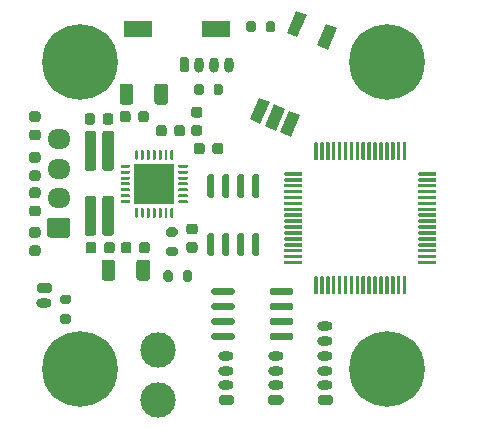
<source format=gbr>
%TF.GenerationSoftware,KiCad,Pcbnew,5.1.10-88a1d61d58~88~ubuntu20.04.1*%
%TF.CreationDate,2021-05-10T19:00:39+02:00*%
%TF.ProjectId,StepperServo,53746570-7065-4725-9365-72766f2e6b69,rev?*%
%TF.SameCoordinates,Original*%
%TF.FileFunction,Soldermask,Bot*%
%TF.FilePolarity,Negative*%
%FSLAX46Y46*%
G04 Gerber Fmt 4.6, Leading zero omitted, Abs format (unit mm)*
G04 Created by KiCad (PCBNEW 5.1.10-88a1d61d58~88~ubuntu20.04.1) date 2021-05-10 19:00:39*
%MOMM*%
%LPD*%
G01*
G04 APERTURE LIST*
%ADD10O,1.300000X0.800000*%
%ADD11O,0.800000X1.300000*%
%ADD12C,0.800000*%
%ADD13C,6.400000*%
%ADD14R,3.350000X3.350000*%
%ADD15R,2.400000X1.400000*%
%ADD16C,0.100000*%
%ADD17O,1.950000X1.700000*%
%ADD18C,3.000000*%
G04 APERTURE END LIST*
%TO.C,R20*%
G36*
G01*
X138025000Y-115125000D02*
X138575000Y-115125000D01*
G75*
G02*
X138775000Y-115325000I0J-200000D01*
G01*
X138775000Y-115725000D01*
G75*
G02*
X138575000Y-115925000I-200000J0D01*
G01*
X138025000Y-115925000D01*
G75*
G02*
X137825000Y-115725000I0J200000D01*
G01*
X137825000Y-115325000D01*
G75*
G02*
X138025000Y-115125000I200000J0D01*
G01*
G37*
G36*
G01*
X138025000Y-113475000D02*
X138575000Y-113475000D01*
G75*
G02*
X138775000Y-113675000I0J-200000D01*
G01*
X138775000Y-114075000D01*
G75*
G02*
X138575000Y-114275000I-200000J0D01*
G01*
X138025000Y-114275000D01*
G75*
G02*
X137825000Y-114075000I0J200000D01*
G01*
X137825000Y-113675000D01*
G75*
G02*
X138025000Y-113475000I200000J0D01*
G01*
G37*
%TD*%
%TO.C,R16*%
G36*
G01*
X155250000Y-91075000D02*
X155250000Y-90525000D01*
G75*
G02*
X155450000Y-90325000I200000J0D01*
G01*
X155850000Y-90325000D01*
G75*
G02*
X156050000Y-90525000I0J-200000D01*
G01*
X156050000Y-91075000D01*
G75*
G02*
X155850000Y-91275000I-200000J0D01*
G01*
X155450000Y-91275000D01*
G75*
G02*
X155250000Y-91075000I0J200000D01*
G01*
G37*
G36*
G01*
X153600000Y-91075000D02*
X153600000Y-90525000D01*
G75*
G02*
X153800000Y-90325000I200000J0D01*
G01*
X154200000Y-90325000D01*
G75*
G02*
X154400000Y-90525000I0J-200000D01*
G01*
X154400000Y-91075000D01*
G75*
G02*
X154200000Y-91275000I-200000J0D01*
G01*
X153800000Y-91275000D01*
G75*
G02*
X153600000Y-91075000I0J200000D01*
G01*
G37*
%TD*%
%TO.C,R11*%
G36*
G01*
X147025000Y-109425000D02*
X147575000Y-109425000D01*
G75*
G02*
X147775000Y-109625000I0J-200000D01*
G01*
X147775000Y-110025000D01*
G75*
G02*
X147575000Y-110225000I-200000J0D01*
G01*
X147025000Y-110225000D01*
G75*
G02*
X146825000Y-110025000I0J200000D01*
G01*
X146825000Y-109625000D01*
G75*
G02*
X147025000Y-109425000I200000J0D01*
G01*
G37*
G36*
G01*
X147025000Y-107775000D02*
X147575000Y-107775000D01*
G75*
G02*
X147775000Y-107975000I0J-200000D01*
G01*
X147775000Y-108375000D01*
G75*
G02*
X147575000Y-108575000I-200000J0D01*
G01*
X147025000Y-108575000D01*
G75*
G02*
X146825000Y-108375000I0J200000D01*
G01*
X146825000Y-107975000D01*
G75*
G02*
X147025000Y-107775000I200000J0D01*
G01*
G37*
%TD*%
%TO.C,R7*%
G36*
G01*
X147375000Y-111625000D02*
X147375000Y-112175000D01*
G75*
G02*
X147175000Y-112375000I-200000J0D01*
G01*
X146775000Y-112375000D01*
G75*
G02*
X146575000Y-112175000I0J200000D01*
G01*
X146575000Y-111625000D01*
G75*
G02*
X146775000Y-111425000I200000J0D01*
G01*
X147175000Y-111425000D01*
G75*
G02*
X147375000Y-111625000I0J-200000D01*
G01*
G37*
G36*
G01*
X149025000Y-111625000D02*
X149025000Y-112175000D01*
G75*
G02*
X148825000Y-112375000I-200000J0D01*
G01*
X148425000Y-112375000D01*
G75*
G02*
X148225000Y-112175000I0J200000D01*
G01*
X148225000Y-111625000D01*
G75*
G02*
X148425000Y-111425000I200000J0D01*
G01*
X148825000Y-111425000D01*
G75*
G02*
X149025000Y-111625000I0J-200000D01*
G01*
G37*
%TD*%
D10*
%TO.C,J6*%
X136500000Y-114150000D03*
G36*
G01*
X136050000Y-112500000D02*
X136950000Y-112500000D01*
G75*
G02*
X137150000Y-112700000I0J-200000D01*
G01*
X137150000Y-113100000D01*
G75*
G02*
X136950000Y-113300000I-200000J0D01*
G01*
X136050000Y-113300000D01*
G75*
G02*
X135850000Y-113100000I0J200000D01*
G01*
X135850000Y-112700000D01*
G75*
G02*
X136050000Y-112500000I200000J0D01*
G01*
G37*
%TD*%
D11*
%TO.C,J4*%
X152100000Y-94000000D03*
X150850000Y-94000000D03*
X149600000Y-94000000D03*
G36*
G01*
X147950000Y-94450000D02*
X147950000Y-93550000D01*
G75*
G02*
X148150000Y-93350000I200000J0D01*
G01*
X148550000Y-93350000D01*
G75*
G02*
X148750000Y-93550000I0J-200000D01*
G01*
X148750000Y-94450000D01*
G75*
G02*
X148550000Y-94650000I-200000J0D01*
G01*
X148150000Y-94650000D01*
G75*
G02*
X147950000Y-94450000I0J200000D01*
G01*
G37*
%TD*%
D12*
%TO.C,H4*%
X167197056Y-118052944D03*
X165500000Y-117350000D03*
X163802944Y-118052944D03*
X163100000Y-119750000D03*
X163802944Y-121447056D03*
X165500000Y-122150000D03*
X167197056Y-121447056D03*
X167900000Y-119750000D03*
D13*
X165500000Y-119750000D03*
%TD*%
D12*
%TO.C,H3*%
X141197056Y-118052944D03*
X139500000Y-117350000D03*
X137802944Y-118052944D03*
X137100000Y-119750000D03*
X137802944Y-121447056D03*
X139500000Y-122150000D03*
X141197056Y-121447056D03*
X141900000Y-119750000D03*
D13*
X139500000Y-119750000D03*
%TD*%
D12*
%TO.C,H2*%
X167197056Y-92052944D03*
X165500000Y-91350000D03*
X163802944Y-92052944D03*
X163100000Y-93750000D03*
X163802944Y-95447056D03*
X165500000Y-96150000D03*
X167197056Y-95447056D03*
X167900000Y-93750000D03*
D13*
X165500000Y-93750000D03*
%TD*%
D12*
%TO.C,H1*%
X141197056Y-92052944D03*
X139500000Y-91350000D03*
X137802944Y-92052944D03*
X137100000Y-93750000D03*
X137802944Y-95447056D03*
X139500000Y-96150000D03*
X141197056Y-95447056D03*
X141900000Y-93750000D03*
D13*
X139500000Y-93750000D03*
%TD*%
%TO.C,U6*%
G36*
G01*
X154555000Y-105250000D02*
X154255000Y-105250000D01*
G75*
G02*
X154105000Y-105100000I0J150000D01*
G01*
X154105000Y-103450000D01*
G75*
G02*
X154255000Y-103300000I150000J0D01*
G01*
X154555000Y-103300000D01*
G75*
G02*
X154705000Y-103450000I0J-150000D01*
G01*
X154705000Y-105100000D01*
G75*
G02*
X154555000Y-105250000I-150000J0D01*
G01*
G37*
G36*
G01*
X153285000Y-105250000D02*
X152985000Y-105250000D01*
G75*
G02*
X152835000Y-105100000I0J150000D01*
G01*
X152835000Y-103450000D01*
G75*
G02*
X152985000Y-103300000I150000J0D01*
G01*
X153285000Y-103300000D01*
G75*
G02*
X153435000Y-103450000I0J-150000D01*
G01*
X153435000Y-105100000D01*
G75*
G02*
X153285000Y-105250000I-150000J0D01*
G01*
G37*
G36*
G01*
X152015000Y-105250000D02*
X151715000Y-105250000D01*
G75*
G02*
X151565000Y-105100000I0J150000D01*
G01*
X151565000Y-103450000D01*
G75*
G02*
X151715000Y-103300000I150000J0D01*
G01*
X152015000Y-103300000D01*
G75*
G02*
X152165000Y-103450000I0J-150000D01*
G01*
X152165000Y-105100000D01*
G75*
G02*
X152015000Y-105250000I-150000J0D01*
G01*
G37*
G36*
G01*
X150745000Y-105250000D02*
X150445000Y-105250000D01*
G75*
G02*
X150295000Y-105100000I0J150000D01*
G01*
X150295000Y-103450000D01*
G75*
G02*
X150445000Y-103300000I150000J0D01*
G01*
X150745000Y-103300000D01*
G75*
G02*
X150895000Y-103450000I0J-150000D01*
G01*
X150895000Y-105100000D01*
G75*
G02*
X150745000Y-105250000I-150000J0D01*
G01*
G37*
G36*
G01*
X150745000Y-110200000D02*
X150445000Y-110200000D01*
G75*
G02*
X150295000Y-110050000I0J150000D01*
G01*
X150295000Y-108400000D01*
G75*
G02*
X150445000Y-108250000I150000J0D01*
G01*
X150745000Y-108250000D01*
G75*
G02*
X150895000Y-108400000I0J-150000D01*
G01*
X150895000Y-110050000D01*
G75*
G02*
X150745000Y-110200000I-150000J0D01*
G01*
G37*
G36*
G01*
X152015000Y-110200000D02*
X151715000Y-110200000D01*
G75*
G02*
X151565000Y-110050000I0J150000D01*
G01*
X151565000Y-108400000D01*
G75*
G02*
X151715000Y-108250000I150000J0D01*
G01*
X152015000Y-108250000D01*
G75*
G02*
X152165000Y-108400000I0J-150000D01*
G01*
X152165000Y-110050000D01*
G75*
G02*
X152015000Y-110200000I-150000J0D01*
G01*
G37*
G36*
G01*
X153285000Y-110200000D02*
X152985000Y-110200000D01*
G75*
G02*
X152835000Y-110050000I0J150000D01*
G01*
X152835000Y-108400000D01*
G75*
G02*
X152985000Y-108250000I150000J0D01*
G01*
X153285000Y-108250000D01*
G75*
G02*
X153435000Y-108400000I0J-150000D01*
G01*
X153435000Y-110050000D01*
G75*
G02*
X153285000Y-110200000I-150000J0D01*
G01*
G37*
G36*
G01*
X154555000Y-110200000D02*
X154255000Y-110200000D01*
G75*
G02*
X154105000Y-110050000I0J150000D01*
G01*
X154105000Y-108400000D01*
G75*
G02*
X154255000Y-108250000I150000J0D01*
G01*
X154555000Y-108250000D01*
G75*
G02*
X154705000Y-108400000I0J-150000D01*
G01*
X154705000Y-110050000D01*
G75*
G02*
X154555000Y-110200000I-150000J0D01*
G01*
G37*
%TD*%
%TO.C,U5*%
G36*
G01*
X156875000Y-103100000D02*
X158275000Y-103100000D01*
G75*
G02*
X158350000Y-103175000I0J-75000D01*
G01*
X158350000Y-103325000D01*
G75*
G02*
X158275000Y-103400000I-75000J0D01*
G01*
X156875000Y-103400000D01*
G75*
G02*
X156800000Y-103325000I0J75000D01*
G01*
X156800000Y-103175000D01*
G75*
G02*
X156875000Y-103100000I75000J0D01*
G01*
G37*
G36*
G01*
X156875000Y-103600000D02*
X158275000Y-103600000D01*
G75*
G02*
X158350000Y-103675000I0J-75000D01*
G01*
X158350000Y-103825000D01*
G75*
G02*
X158275000Y-103900000I-75000J0D01*
G01*
X156875000Y-103900000D01*
G75*
G02*
X156800000Y-103825000I0J75000D01*
G01*
X156800000Y-103675000D01*
G75*
G02*
X156875000Y-103600000I75000J0D01*
G01*
G37*
G36*
G01*
X156875000Y-104100000D02*
X158275000Y-104100000D01*
G75*
G02*
X158350000Y-104175000I0J-75000D01*
G01*
X158350000Y-104325000D01*
G75*
G02*
X158275000Y-104400000I-75000J0D01*
G01*
X156875000Y-104400000D01*
G75*
G02*
X156800000Y-104325000I0J75000D01*
G01*
X156800000Y-104175000D01*
G75*
G02*
X156875000Y-104100000I75000J0D01*
G01*
G37*
G36*
G01*
X156875000Y-104600000D02*
X158275000Y-104600000D01*
G75*
G02*
X158350000Y-104675000I0J-75000D01*
G01*
X158350000Y-104825000D01*
G75*
G02*
X158275000Y-104900000I-75000J0D01*
G01*
X156875000Y-104900000D01*
G75*
G02*
X156800000Y-104825000I0J75000D01*
G01*
X156800000Y-104675000D01*
G75*
G02*
X156875000Y-104600000I75000J0D01*
G01*
G37*
G36*
G01*
X156875000Y-105100000D02*
X158275000Y-105100000D01*
G75*
G02*
X158350000Y-105175000I0J-75000D01*
G01*
X158350000Y-105325000D01*
G75*
G02*
X158275000Y-105400000I-75000J0D01*
G01*
X156875000Y-105400000D01*
G75*
G02*
X156800000Y-105325000I0J75000D01*
G01*
X156800000Y-105175000D01*
G75*
G02*
X156875000Y-105100000I75000J0D01*
G01*
G37*
G36*
G01*
X156875000Y-105600000D02*
X158275000Y-105600000D01*
G75*
G02*
X158350000Y-105675000I0J-75000D01*
G01*
X158350000Y-105825000D01*
G75*
G02*
X158275000Y-105900000I-75000J0D01*
G01*
X156875000Y-105900000D01*
G75*
G02*
X156800000Y-105825000I0J75000D01*
G01*
X156800000Y-105675000D01*
G75*
G02*
X156875000Y-105600000I75000J0D01*
G01*
G37*
G36*
G01*
X156875000Y-106100000D02*
X158275000Y-106100000D01*
G75*
G02*
X158350000Y-106175000I0J-75000D01*
G01*
X158350000Y-106325000D01*
G75*
G02*
X158275000Y-106400000I-75000J0D01*
G01*
X156875000Y-106400000D01*
G75*
G02*
X156800000Y-106325000I0J75000D01*
G01*
X156800000Y-106175000D01*
G75*
G02*
X156875000Y-106100000I75000J0D01*
G01*
G37*
G36*
G01*
X156875000Y-106600000D02*
X158275000Y-106600000D01*
G75*
G02*
X158350000Y-106675000I0J-75000D01*
G01*
X158350000Y-106825000D01*
G75*
G02*
X158275000Y-106900000I-75000J0D01*
G01*
X156875000Y-106900000D01*
G75*
G02*
X156800000Y-106825000I0J75000D01*
G01*
X156800000Y-106675000D01*
G75*
G02*
X156875000Y-106600000I75000J0D01*
G01*
G37*
G36*
G01*
X156875000Y-107100000D02*
X158275000Y-107100000D01*
G75*
G02*
X158350000Y-107175000I0J-75000D01*
G01*
X158350000Y-107325000D01*
G75*
G02*
X158275000Y-107400000I-75000J0D01*
G01*
X156875000Y-107400000D01*
G75*
G02*
X156800000Y-107325000I0J75000D01*
G01*
X156800000Y-107175000D01*
G75*
G02*
X156875000Y-107100000I75000J0D01*
G01*
G37*
G36*
G01*
X156875000Y-107600000D02*
X158275000Y-107600000D01*
G75*
G02*
X158350000Y-107675000I0J-75000D01*
G01*
X158350000Y-107825000D01*
G75*
G02*
X158275000Y-107900000I-75000J0D01*
G01*
X156875000Y-107900000D01*
G75*
G02*
X156800000Y-107825000I0J75000D01*
G01*
X156800000Y-107675000D01*
G75*
G02*
X156875000Y-107600000I75000J0D01*
G01*
G37*
G36*
G01*
X156875000Y-108100000D02*
X158275000Y-108100000D01*
G75*
G02*
X158350000Y-108175000I0J-75000D01*
G01*
X158350000Y-108325000D01*
G75*
G02*
X158275000Y-108400000I-75000J0D01*
G01*
X156875000Y-108400000D01*
G75*
G02*
X156800000Y-108325000I0J75000D01*
G01*
X156800000Y-108175000D01*
G75*
G02*
X156875000Y-108100000I75000J0D01*
G01*
G37*
G36*
G01*
X156875000Y-108600000D02*
X158275000Y-108600000D01*
G75*
G02*
X158350000Y-108675000I0J-75000D01*
G01*
X158350000Y-108825000D01*
G75*
G02*
X158275000Y-108900000I-75000J0D01*
G01*
X156875000Y-108900000D01*
G75*
G02*
X156800000Y-108825000I0J75000D01*
G01*
X156800000Y-108675000D01*
G75*
G02*
X156875000Y-108600000I75000J0D01*
G01*
G37*
G36*
G01*
X156875000Y-109100000D02*
X158275000Y-109100000D01*
G75*
G02*
X158350000Y-109175000I0J-75000D01*
G01*
X158350000Y-109325000D01*
G75*
G02*
X158275000Y-109400000I-75000J0D01*
G01*
X156875000Y-109400000D01*
G75*
G02*
X156800000Y-109325000I0J75000D01*
G01*
X156800000Y-109175000D01*
G75*
G02*
X156875000Y-109100000I75000J0D01*
G01*
G37*
G36*
G01*
X156875000Y-109600000D02*
X158275000Y-109600000D01*
G75*
G02*
X158350000Y-109675000I0J-75000D01*
G01*
X158350000Y-109825000D01*
G75*
G02*
X158275000Y-109900000I-75000J0D01*
G01*
X156875000Y-109900000D01*
G75*
G02*
X156800000Y-109825000I0J75000D01*
G01*
X156800000Y-109675000D01*
G75*
G02*
X156875000Y-109600000I75000J0D01*
G01*
G37*
G36*
G01*
X156875000Y-110100000D02*
X158275000Y-110100000D01*
G75*
G02*
X158350000Y-110175000I0J-75000D01*
G01*
X158350000Y-110325000D01*
G75*
G02*
X158275000Y-110400000I-75000J0D01*
G01*
X156875000Y-110400000D01*
G75*
G02*
X156800000Y-110325000I0J75000D01*
G01*
X156800000Y-110175000D01*
G75*
G02*
X156875000Y-110100000I75000J0D01*
G01*
G37*
G36*
G01*
X156875000Y-110600000D02*
X158275000Y-110600000D01*
G75*
G02*
X158350000Y-110675000I0J-75000D01*
G01*
X158350000Y-110825000D01*
G75*
G02*
X158275000Y-110900000I-75000J0D01*
G01*
X156875000Y-110900000D01*
G75*
G02*
X156800000Y-110825000I0J75000D01*
G01*
X156800000Y-110675000D01*
G75*
G02*
X156875000Y-110600000I75000J0D01*
G01*
G37*
G36*
G01*
X159425000Y-111900000D02*
X159575000Y-111900000D01*
G75*
G02*
X159650000Y-111975000I0J-75000D01*
G01*
X159650000Y-113375000D01*
G75*
G02*
X159575000Y-113450000I-75000J0D01*
G01*
X159425000Y-113450000D01*
G75*
G02*
X159350000Y-113375000I0J75000D01*
G01*
X159350000Y-111975000D01*
G75*
G02*
X159425000Y-111900000I75000J0D01*
G01*
G37*
G36*
G01*
X159925000Y-111900000D02*
X160075000Y-111900000D01*
G75*
G02*
X160150000Y-111975000I0J-75000D01*
G01*
X160150000Y-113375000D01*
G75*
G02*
X160075000Y-113450000I-75000J0D01*
G01*
X159925000Y-113450000D01*
G75*
G02*
X159850000Y-113375000I0J75000D01*
G01*
X159850000Y-111975000D01*
G75*
G02*
X159925000Y-111900000I75000J0D01*
G01*
G37*
G36*
G01*
X160425000Y-111900000D02*
X160575000Y-111900000D01*
G75*
G02*
X160650000Y-111975000I0J-75000D01*
G01*
X160650000Y-113375000D01*
G75*
G02*
X160575000Y-113450000I-75000J0D01*
G01*
X160425000Y-113450000D01*
G75*
G02*
X160350000Y-113375000I0J75000D01*
G01*
X160350000Y-111975000D01*
G75*
G02*
X160425000Y-111900000I75000J0D01*
G01*
G37*
G36*
G01*
X160925000Y-111900000D02*
X161075000Y-111900000D01*
G75*
G02*
X161150000Y-111975000I0J-75000D01*
G01*
X161150000Y-113375000D01*
G75*
G02*
X161075000Y-113450000I-75000J0D01*
G01*
X160925000Y-113450000D01*
G75*
G02*
X160850000Y-113375000I0J75000D01*
G01*
X160850000Y-111975000D01*
G75*
G02*
X160925000Y-111900000I75000J0D01*
G01*
G37*
G36*
G01*
X161425000Y-111900000D02*
X161575000Y-111900000D01*
G75*
G02*
X161650000Y-111975000I0J-75000D01*
G01*
X161650000Y-113375000D01*
G75*
G02*
X161575000Y-113450000I-75000J0D01*
G01*
X161425000Y-113450000D01*
G75*
G02*
X161350000Y-113375000I0J75000D01*
G01*
X161350000Y-111975000D01*
G75*
G02*
X161425000Y-111900000I75000J0D01*
G01*
G37*
G36*
G01*
X161925000Y-111900000D02*
X162075000Y-111900000D01*
G75*
G02*
X162150000Y-111975000I0J-75000D01*
G01*
X162150000Y-113375000D01*
G75*
G02*
X162075000Y-113450000I-75000J0D01*
G01*
X161925000Y-113450000D01*
G75*
G02*
X161850000Y-113375000I0J75000D01*
G01*
X161850000Y-111975000D01*
G75*
G02*
X161925000Y-111900000I75000J0D01*
G01*
G37*
G36*
G01*
X162425000Y-111900000D02*
X162575000Y-111900000D01*
G75*
G02*
X162650000Y-111975000I0J-75000D01*
G01*
X162650000Y-113375000D01*
G75*
G02*
X162575000Y-113450000I-75000J0D01*
G01*
X162425000Y-113450000D01*
G75*
G02*
X162350000Y-113375000I0J75000D01*
G01*
X162350000Y-111975000D01*
G75*
G02*
X162425000Y-111900000I75000J0D01*
G01*
G37*
G36*
G01*
X162925000Y-111900000D02*
X163075000Y-111900000D01*
G75*
G02*
X163150000Y-111975000I0J-75000D01*
G01*
X163150000Y-113375000D01*
G75*
G02*
X163075000Y-113450000I-75000J0D01*
G01*
X162925000Y-113450000D01*
G75*
G02*
X162850000Y-113375000I0J75000D01*
G01*
X162850000Y-111975000D01*
G75*
G02*
X162925000Y-111900000I75000J0D01*
G01*
G37*
G36*
G01*
X163425000Y-111900000D02*
X163575000Y-111900000D01*
G75*
G02*
X163650000Y-111975000I0J-75000D01*
G01*
X163650000Y-113375000D01*
G75*
G02*
X163575000Y-113450000I-75000J0D01*
G01*
X163425000Y-113450000D01*
G75*
G02*
X163350000Y-113375000I0J75000D01*
G01*
X163350000Y-111975000D01*
G75*
G02*
X163425000Y-111900000I75000J0D01*
G01*
G37*
G36*
G01*
X163925000Y-111900000D02*
X164075000Y-111900000D01*
G75*
G02*
X164150000Y-111975000I0J-75000D01*
G01*
X164150000Y-113375000D01*
G75*
G02*
X164075000Y-113450000I-75000J0D01*
G01*
X163925000Y-113450000D01*
G75*
G02*
X163850000Y-113375000I0J75000D01*
G01*
X163850000Y-111975000D01*
G75*
G02*
X163925000Y-111900000I75000J0D01*
G01*
G37*
G36*
G01*
X164425000Y-111900000D02*
X164575000Y-111900000D01*
G75*
G02*
X164650000Y-111975000I0J-75000D01*
G01*
X164650000Y-113375000D01*
G75*
G02*
X164575000Y-113450000I-75000J0D01*
G01*
X164425000Y-113450000D01*
G75*
G02*
X164350000Y-113375000I0J75000D01*
G01*
X164350000Y-111975000D01*
G75*
G02*
X164425000Y-111900000I75000J0D01*
G01*
G37*
G36*
G01*
X164925000Y-111900000D02*
X165075000Y-111900000D01*
G75*
G02*
X165150000Y-111975000I0J-75000D01*
G01*
X165150000Y-113375000D01*
G75*
G02*
X165075000Y-113450000I-75000J0D01*
G01*
X164925000Y-113450000D01*
G75*
G02*
X164850000Y-113375000I0J75000D01*
G01*
X164850000Y-111975000D01*
G75*
G02*
X164925000Y-111900000I75000J0D01*
G01*
G37*
G36*
G01*
X165425000Y-111900000D02*
X165575000Y-111900000D01*
G75*
G02*
X165650000Y-111975000I0J-75000D01*
G01*
X165650000Y-113375000D01*
G75*
G02*
X165575000Y-113450000I-75000J0D01*
G01*
X165425000Y-113450000D01*
G75*
G02*
X165350000Y-113375000I0J75000D01*
G01*
X165350000Y-111975000D01*
G75*
G02*
X165425000Y-111900000I75000J0D01*
G01*
G37*
G36*
G01*
X165925000Y-111900000D02*
X166075000Y-111900000D01*
G75*
G02*
X166150000Y-111975000I0J-75000D01*
G01*
X166150000Y-113375000D01*
G75*
G02*
X166075000Y-113450000I-75000J0D01*
G01*
X165925000Y-113450000D01*
G75*
G02*
X165850000Y-113375000I0J75000D01*
G01*
X165850000Y-111975000D01*
G75*
G02*
X165925000Y-111900000I75000J0D01*
G01*
G37*
G36*
G01*
X166425000Y-111900000D02*
X166575000Y-111900000D01*
G75*
G02*
X166650000Y-111975000I0J-75000D01*
G01*
X166650000Y-113375000D01*
G75*
G02*
X166575000Y-113450000I-75000J0D01*
G01*
X166425000Y-113450000D01*
G75*
G02*
X166350000Y-113375000I0J75000D01*
G01*
X166350000Y-111975000D01*
G75*
G02*
X166425000Y-111900000I75000J0D01*
G01*
G37*
G36*
G01*
X166925000Y-111900000D02*
X167075000Y-111900000D01*
G75*
G02*
X167150000Y-111975000I0J-75000D01*
G01*
X167150000Y-113375000D01*
G75*
G02*
X167075000Y-113450000I-75000J0D01*
G01*
X166925000Y-113450000D01*
G75*
G02*
X166850000Y-113375000I0J75000D01*
G01*
X166850000Y-111975000D01*
G75*
G02*
X166925000Y-111900000I75000J0D01*
G01*
G37*
G36*
G01*
X168225000Y-110600000D02*
X169625000Y-110600000D01*
G75*
G02*
X169700000Y-110675000I0J-75000D01*
G01*
X169700000Y-110825000D01*
G75*
G02*
X169625000Y-110900000I-75000J0D01*
G01*
X168225000Y-110900000D01*
G75*
G02*
X168150000Y-110825000I0J75000D01*
G01*
X168150000Y-110675000D01*
G75*
G02*
X168225000Y-110600000I75000J0D01*
G01*
G37*
G36*
G01*
X168225000Y-110100000D02*
X169625000Y-110100000D01*
G75*
G02*
X169700000Y-110175000I0J-75000D01*
G01*
X169700000Y-110325000D01*
G75*
G02*
X169625000Y-110400000I-75000J0D01*
G01*
X168225000Y-110400000D01*
G75*
G02*
X168150000Y-110325000I0J75000D01*
G01*
X168150000Y-110175000D01*
G75*
G02*
X168225000Y-110100000I75000J0D01*
G01*
G37*
G36*
G01*
X168225000Y-109600000D02*
X169625000Y-109600000D01*
G75*
G02*
X169700000Y-109675000I0J-75000D01*
G01*
X169700000Y-109825000D01*
G75*
G02*
X169625000Y-109900000I-75000J0D01*
G01*
X168225000Y-109900000D01*
G75*
G02*
X168150000Y-109825000I0J75000D01*
G01*
X168150000Y-109675000D01*
G75*
G02*
X168225000Y-109600000I75000J0D01*
G01*
G37*
G36*
G01*
X168225000Y-109100000D02*
X169625000Y-109100000D01*
G75*
G02*
X169700000Y-109175000I0J-75000D01*
G01*
X169700000Y-109325000D01*
G75*
G02*
X169625000Y-109400000I-75000J0D01*
G01*
X168225000Y-109400000D01*
G75*
G02*
X168150000Y-109325000I0J75000D01*
G01*
X168150000Y-109175000D01*
G75*
G02*
X168225000Y-109100000I75000J0D01*
G01*
G37*
G36*
G01*
X168225000Y-108600000D02*
X169625000Y-108600000D01*
G75*
G02*
X169700000Y-108675000I0J-75000D01*
G01*
X169700000Y-108825000D01*
G75*
G02*
X169625000Y-108900000I-75000J0D01*
G01*
X168225000Y-108900000D01*
G75*
G02*
X168150000Y-108825000I0J75000D01*
G01*
X168150000Y-108675000D01*
G75*
G02*
X168225000Y-108600000I75000J0D01*
G01*
G37*
G36*
G01*
X168225000Y-108100000D02*
X169625000Y-108100000D01*
G75*
G02*
X169700000Y-108175000I0J-75000D01*
G01*
X169700000Y-108325000D01*
G75*
G02*
X169625000Y-108400000I-75000J0D01*
G01*
X168225000Y-108400000D01*
G75*
G02*
X168150000Y-108325000I0J75000D01*
G01*
X168150000Y-108175000D01*
G75*
G02*
X168225000Y-108100000I75000J0D01*
G01*
G37*
G36*
G01*
X168225000Y-107600000D02*
X169625000Y-107600000D01*
G75*
G02*
X169700000Y-107675000I0J-75000D01*
G01*
X169700000Y-107825000D01*
G75*
G02*
X169625000Y-107900000I-75000J0D01*
G01*
X168225000Y-107900000D01*
G75*
G02*
X168150000Y-107825000I0J75000D01*
G01*
X168150000Y-107675000D01*
G75*
G02*
X168225000Y-107600000I75000J0D01*
G01*
G37*
G36*
G01*
X168225000Y-107100000D02*
X169625000Y-107100000D01*
G75*
G02*
X169700000Y-107175000I0J-75000D01*
G01*
X169700000Y-107325000D01*
G75*
G02*
X169625000Y-107400000I-75000J0D01*
G01*
X168225000Y-107400000D01*
G75*
G02*
X168150000Y-107325000I0J75000D01*
G01*
X168150000Y-107175000D01*
G75*
G02*
X168225000Y-107100000I75000J0D01*
G01*
G37*
G36*
G01*
X168225000Y-106600000D02*
X169625000Y-106600000D01*
G75*
G02*
X169700000Y-106675000I0J-75000D01*
G01*
X169700000Y-106825000D01*
G75*
G02*
X169625000Y-106900000I-75000J0D01*
G01*
X168225000Y-106900000D01*
G75*
G02*
X168150000Y-106825000I0J75000D01*
G01*
X168150000Y-106675000D01*
G75*
G02*
X168225000Y-106600000I75000J0D01*
G01*
G37*
G36*
G01*
X168225000Y-106100000D02*
X169625000Y-106100000D01*
G75*
G02*
X169700000Y-106175000I0J-75000D01*
G01*
X169700000Y-106325000D01*
G75*
G02*
X169625000Y-106400000I-75000J0D01*
G01*
X168225000Y-106400000D01*
G75*
G02*
X168150000Y-106325000I0J75000D01*
G01*
X168150000Y-106175000D01*
G75*
G02*
X168225000Y-106100000I75000J0D01*
G01*
G37*
G36*
G01*
X168225000Y-105600000D02*
X169625000Y-105600000D01*
G75*
G02*
X169700000Y-105675000I0J-75000D01*
G01*
X169700000Y-105825000D01*
G75*
G02*
X169625000Y-105900000I-75000J0D01*
G01*
X168225000Y-105900000D01*
G75*
G02*
X168150000Y-105825000I0J75000D01*
G01*
X168150000Y-105675000D01*
G75*
G02*
X168225000Y-105600000I75000J0D01*
G01*
G37*
G36*
G01*
X168225000Y-105100000D02*
X169625000Y-105100000D01*
G75*
G02*
X169700000Y-105175000I0J-75000D01*
G01*
X169700000Y-105325000D01*
G75*
G02*
X169625000Y-105400000I-75000J0D01*
G01*
X168225000Y-105400000D01*
G75*
G02*
X168150000Y-105325000I0J75000D01*
G01*
X168150000Y-105175000D01*
G75*
G02*
X168225000Y-105100000I75000J0D01*
G01*
G37*
G36*
G01*
X168225000Y-104600000D02*
X169625000Y-104600000D01*
G75*
G02*
X169700000Y-104675000I0J-75000D01*
G01*
X169700000Y-104825000D01*
G75*
G02*
X169625000Y-104900000I-75000J0D01*
G01*
X168225000Y-104900000D01*
G75*
G02*
X168150000Y-104825000I0J75000D01*
G01*
X168150000Y-104675000D01*
G75*
G02*
X168225000Y-104600000I75000J0D01*
G01*
G37*
G36*
G01*
X168225000Y-104100000D02*
X169625000Y-104100000D01*
G75*
G02*
X169700000Y-104175000I0J-75000D01*
G01*
X169700000Y-104325000D01*
G75*
G02*
X169625000Y-104400000I-75000J0D01*
G01*
X168225000Y-104400000D01*
G75*
G02*
X168150000Y-104325000I0J75000D01*
G01*
X168150000Y-104175000D01*
G75*
G02*
X168225000Y-104100000I75000J0D01*
G01*
G37*
G36*
G01*
X168225000Y-103600000D02*
X169625000Y-103600000D01*
G75*
G02*
X169700000Y-103675000I0J-75000D01*
G01*
X169700000Y-103825000D01*
G75*
G02*
X169625000Y-103900000I-75000J0D01*
G01*
X168225000Y-103900000D01*
G75*
G02*
X168150000Y-103825000I0J75000D01*
G01*
X168150000Y-103675000D01*
G75*
G02*
X168225000Y-103600000I75000J0D01*
G01*
G37*
G36*
G01*
X168225000Y-103100000D02*
X169625000Y-103100000D01*
G75*
G02*
X169700000Y-103175000I0J-75000D01*
G01*
X169700000Y-103325000D01*
G75*
G02*
X169625000Y-103400000I-75000J0D01*
G01*
X168225000Y-103400000D01*
G75*
G02*
X168150000Y-103325000I0J75000D01*
G01*
X168150000Y-103175000D01*
G75*
G02*
X168225000Y-103100000I75000J0D01*
G01*
G37*
G36*
G01*
X166925000Y-100550000D02*
X167075000Y-100550000D01*
G75*
G02*
X167150000Y-100625000I0J-75000D01*
G01*
X167150000Y-102025000D01*
G75*
G02*
X167075000Y-102100000I-75000J0D01*
G01*
X166925000Y-102100000D01*
G75*
G02*
X166850000Y-102025000I0J75000D01*
G01*
X166850000Y-100625000D01*
G75*
G02*
X166925000Y-100550000I75000J0D01*
G01*
G37*
G36*
G01*
X166425000Y-100550000D02*
X166575000Y-100550000D01*
G75*
G02*
X166650000Y-100625000I0J-75000D01*
G01*
X166650000Y-102025000D01*
G75*
G02*
X166575000Y-102100000I-75000J0D01*
G01*
X166425000Y-102100000D01*
G75*
G02*
X166350000Y-102025000I0J75000D01*
G01*
X166350000Y-100625000D01*
G75*
G02*
X166425000Y-100550000I75000J0D01*
G01*
G37*
G36*
G01*
X165925000Y-100550000D02*
X166075000Y-100550000D01*
G75*
G02*
X166150000Y-100625000I0J-75000D01*
G01*
X166150000Y-102025000D01*
G75*
G02*
X166075000Y-102100000I-75000J0D01*
G01*
X165925000Y-102100000D01*
G75*
G02*
X165850000Y-102025000I0J75000D01*
G01*
X165850000Y-100625000D01*
G75*
G02*
X165925000Y-100550000I75000J0D01*
G01*
G37*
G36*
G01*
X165425000Y-100550000D02*
X165575000Y-100550000D01*
G75*
G02*
X165650000Y-100625000I0J-75000D01*
G01*
X165650000Y-102025000D01*
G75*
G02*
X165575000Y-102100000I-75000J0D01*
G01*
X165425000Y-102100000D01*
G75*
G02*
X165350000Y-102025000I0J75000D01*
G01*
X165350000Y-100625000D01*
G75*
G02*
X165425000Y-100550000I75000J0D01*
G01*
G37*
G36*
G01*
X164925000Y-100550000D02*
X165075000Y-100550000D01*
G75*
G02*
X165150000Y-100625000I0J-75000D01*
G01*
X165150000Y-102025000D01*
G75*
G02*
X165075000Y-102100000I-75000J0D01*
G01*
X164925000Y-102100000D01*
G75*
G02*
X164850000Y-102025000I0J75000D01*
G01*
X164850000Y-100625000D01*
G75*
G02*
X164925000Y-100550000I75000J0D01*
G01*
G37*
G36*
G01*
X164425000Y-100550000D02*
X164575000Y-100550000D01*
G75*
G02*
X164650000Y-100625000I0J-75000D01*
G01*
X164650000Y-102025000D01*
G75*
G02*
X164575000Y-102100000I-75000J0D01*
G01*
X164425000Y-102100000D01*
G75*
G02*
X164350000Y-102025000I0J75000D01*
G01*
X164350000Y-100625000D01*
G75*
G02*
X164425000Y-100550000I75000J0D01*
G01*
G37*
G36*
G01*
X163925000Y-100550000D02*
X164075000Y-100550000D01*
G75*
G02*
X164150000Y-100625000I0J-75000D01*
G01*
X164150000Y-102025000D01*
G75*
G02*
X164075000Y-102100000I-75000J0D01*
G01*
X163925000Y-102100000D01*
G75*
G02*
X163850000Y-102025000I0J75000D01*
G01*
X163850000Y-100625000D01*
G75*
G02*
X163925000Y-100550000I75000J0D01*
G01*
G37*
G36*
G01*
X163425000Y-100550000D02*
X163575000Y-100550000D01*
G75*
G02*
X163650000Y-100625000I0J-75000D01*
G01*
X163650000Y-102025000D01*
G75*
G02*
X163575000Y-102100000I-75000J0D01*
G01*
X163425000Y-102100000D01*
G75*
G02*
X163350000Y-102025000I0J75000D01*
G01*
X163350000Y-100625000D01*
G75*
G02*
X163425000Y-100550000I75000J0D01*
G01*
G37*
G36*
G01*
X162925000Y-100550000D02*
X163075000Y-100550000D01*
G75*
G02*
X163150000Y-100625000I0J-75000D01*
G01*
X163150000Y-102025000D01*
G75*
G02*
X163075000Y-102100000I-75000J0D01*
G01*
X162925000Y-102100000D01*
G75*
G02*
X162850000Y-102025000I0J75000D01*
G01*
X162850000Y-100625000D01*
G75*
G02*
X162925000Y-100550000I75000J0D01*
G01*
G37*
G36*
G01*
X162425000Y-100550000D02*
X162575000Y-100550000D01*
G75*
G02*
X162650000Y-100625000I0J-75000D01*
G01*
X162650000Y-102025000D01*
G75*
G02*
X162575000Y-102100000I-75000J0D01*
G01*
X162425000Y-102100000D01*
G75*
G02*
X162350000Y-102025000I0J75000D01*
G01*
X162350000Y-100625000D01*
G75*
G02*
X162425000Y-100550000I75000J0D01*
G01*
G37*
G36*
G01*
X161925000Y-100550000D02*
X162075000Y-100550000D01*
G75*
G02*
X162150000Y-100625000I0J-75000D01*
G01*
X162150000Y-102025000D01*
G75*
G02*
X162075000Y-102100000I-75000J0D01*
G01*
X161925000Y-102100000D01*
G75*
G02*
X161850000Y-102025000I0J75000D01*
G01*
X161850000Y-100625000D01*
G75*
G02*
X161925000Y-100550000I75000J0D01*
G01*
G37*
G36*
G01*
X161425000Y-100550000D02*
X161575000Y-100550000D01*
G75*
G02*
X161650000Y-100625000I0J-75000D01*
G01*
X161650000Y-102025000D01*
G75*
G02*
X161575000Y-102100000I-75000J0D01*
G01*
X161425000Y-102100000D01*
G75*
G02*
X161350000Y-102025000I0J75000D01*
G01*
X161350000Y-100625000D01*
G75*
G02*
X161425000Y-100550000I75000J0D01*
G01*
G37*
G36*
G01*
X160925000Y-100550000D02*
X161075000Y-100550000D01*
G75*
G02*
X161150000Y-100625000I0J-75000D01*
G01*
X161150000Y-102025000D01*
G75*
G02*
X161075000Y-102100000I-75000J0D01*
G01*
X160925000Y-102100000D01*
G75*
G02*
X160850000Y-102025000I0J75000D01*
G01*
X160850000Y-100625000D01*
G75*
G02*
X160925000Y-100550000I75000J0D01*
G01*
G37*
G36*
G01*
X160425000Y-100550000D02*
X160575000Y-100550000D01*
G75*
G02*
X160650000Y-100625000I0J-75000D01*
G01*
X160650000Y-102025000D01*
G75*
G02*
X160575000Y-102100000I-75000J0D01*
G01*
X160425000Y-102100000D01*
G75*
G02*
X160350000Y-102025000I0J75000D01*
G01*
X160350000Y-100625000D01*
G75*
G02*
X160425000Y-100550000I75000J0D01*
G01*
G37*
G36*
G01*
X159925000Y-100550000D02*
X160075000Y-100550000D01*
G75*
G02*
X160150000Y-100625000I0J-75000D01*
G01*
X160150000Y-102025000D01*
G75*
G02*
X160075000Y-102100000I-75000J0D01*
G01*
X159925000Y-102100000D01*
G75*
G02*
X159850000Y-102025000I0J75000D01*
G01*
X159850000Y-100625000D01*
G75*
G02*
X159925000Y-100550000I75000J0D01*
G01*
G37*
G36*
G01*
X159425000Y-100550000D02*
X159575000Y-100550000D01*
G75*
G02*
X159650000Y-100625000I0J-75000D01*
G01*
X159650000Y-102025000D01*
G75*
G02*
X159575000Y-102100000I-75000J0D01*
G01*
X159425000Y-102100000D01*
G75*
G02*
X159350000Y-102025000I0J75000D01*
G01*
X159350000Y-100625000D01*
G75*
G02*
X159425000Y-100550000I75000J0D01*
G01*
G37*
%TD*%
D14*
%TO.C,U3*%
X145800000Y-104100000D03*
G36*
G01*
X143012500Y-102475000D02*
X143687500Y-102475000D01*
G75*
G02*
X143750000Y-102537500I0J-62500D01*
G01*
X143750000Y-102662500D01*
G75*
G02*
X143687500Y-102725000I-62500J0D01*
G01*
X143012500Y-102725000D01*
G75*
G02*
X142950000Y-102662500I0J62500D01*
G01*
X142950000Y-102537500D01*
G75*
G02*
X143012500Y-102475000I62500J0D01*
G01*
G37*
G36*
G01*
X143012500Y-102975000D02*
X143687500Y-102975000D01*
G75*
G02*
X143750000Y-103037500I0J-62500D01*
G01*
X143750000Y-103162500D01*
G75*
G02*
X143687500Y-103225000I-62500J0D01*
G01*
X143012500Y-103225000D01*
G75*
G02*
X142950000Y-103162500I0J62500D01*
G01*
X142950000Y-103037500D01*
G75*
G02*
X143012500Y-102975000I62500J0D01*
G01*
G37*
G36*
G01*
X143012500Y-103475000D02*
X143687500Y-103475000D01*
G75*
G02*
X143750000Y-103537500I0J-62500D01*
G01*
X143750000Y-103662500D01*
G75*
G02*
X143687500Y-103725000I-62500J0D01*
G01*
X143012500Y-103725000D01*
G75*
G02*
X142950000Y-103662500I0J62500D01*
G01*
X142950000Y-103537500D01*
G75*
G02*
X143012500Y-103475000I62500J0D01*
G01*
G37*
G36*
G01*
X143012500Y-103975000D02*
X143687500Y-103975000D01*
G75*
G02*
X143750000Y-104037500I0J-62500D01*
G01*
X143750000Y-104162500D01*
G75*
G02*
X143687500Y-104225000I-62500J0D01*
G01*
X143012500Y-104225000D01*
G75*
G02*
X142950000Y-104162500I0J62500D01*
G01*
X142950000Y-104037500D01*
G75*
G02*
X143012500Y-103975000I62500J0D01*
G01*
G37*
G36*
G01*
X143012500Y-104475000D02*
X143687500Y-104475000D01*
G75*
G02*
X143750000Y-104537500I0J-62500D01*
G01*
X143750000Y-104662500D01*
G75*
G02*
X143687500Y-104725000I-62500J0D01*
G01*
X143012500Y-104725000D01*
G75*
G02*
X142950000Y-104662500I0J62500D01*
G01*
X142950000Y-104537500D01*
G75*
G02*
X143012500Y-104475000I62500J0D01*
G01*
G37*
G36*
G01*
X143012500Y-104975000D02*
X143687500Y-104975000D01*
G75*
G02*
X143750000Y-105037500I0J-62500D01*
G01*
X143750000Y-105162500D01*
G75*
G02*
X143687500Y-105225000I-62500J0D01*
G01*
X143012500Y-105225000D01*
G75*
G02*
X142950000Y-105162500I0J62500D01*
G01*
X142950000Y-105037500D01*
G75*
G02*
X143012500Y-104975000I62500J0D01*
G01*
G37*
G36*
G01*
X143012500Y-105475000D02*
X143687500Y-105475000D01*
G75*
G02*
X143750000Y-105537500I0J-62500D01*
G01*
X143750000Y-105662500D01*
G75*
G02*
X143687500Y-105725000I-62500J0D01*
G01*
X143012500Y-105725000D01*
G75*
G02*
X142950000Y-105662500I0J62500D01*
G01*
X142950000Y-105537500D01*
G75*
G02*
X143012500Y-105475000I62500J0D01*
G01*
G37*
G36*
G01*
X144237500Y-106150000D02*
X144362500Y-106150000D01*
G75*
G02*
X144425000Y-106212500I0J-62500D01*
G01*
X144425000Y-106887500D01*
G75*
G02*
X144362500Y-106950000I-62500J0D01*
G01*
X144237500Y-106950000D01*
G75*
G02*
X144175000Y-106887500I0J62500D01*
G01*
X144175000Y-106212500D01*
G75*
G02*
X144237500Y-106150000I62500J0D01*
G01*
G37*
G36*
G01*
X144737500Y-106150000D02*
X144862500Y-106150000D01*
G75*
G02*
X144925000Y-106212500I0J-62500D01*
G01*
X144925000Y-106887500D01*
G75*
G02*
X144862500Y-106950000I-62500J0D01*
G01*
X144737500Y-106950000D01*
G75*
G02*
X144675000Y-106887500I0J62500D01*
G01*
X144675000Y-106212500D01*
G75*
G02*
X144737500Y-106150000I62500J0D01*
G01*
G37*
G36*
G01*
X145237500Y-106150000D02*
X145362500Y-106150000D01*
G75*
G02*
X145425000Y-106212500I0J-62500D01*
G01*
X145425000Y-106887500D01*
G75*
G02*
X145362500Y-106950000I-62500J0D01*
G01*
X145237500Y-106950000D01*
G75*
G02*
X145175000Y-106887500I0J62500D01*
G01*
X145175000Y-106212500D01*
G75*
G02*
X145237500Y-106150000I62500J0D01*
G01*
G37*
G36*
G01*
X145737500Y-106150000D02*
X145862500Y-106150000D01*
G75*
G02*
X145925000Y-106212500I0J-62500D01*
G01*
X145925000Y-106887500D01*
G75*
G02*
X145862500Y-106950000I-62500J0D01*
G01*
X145737500Y-106950000D01*
G75*
G02*
X145675000Y-106887500I0J62500D01*
G01*
X145675000Y-106212500D01*
G75*
G02*
X145737500Y-106150000I62500J0D01*
G01*
G37*
G36*
G01*
X146237500Y-106150000D02*
X146362500Y-106150000D01*
G75*
G02*
X146425000Y-106212500I0J-62500D01*
G01*
X146425000Y-106887500D01*
G75*
G02*
X146362500Y-106950000I-62500J0D01*
G01*
X146237500Y-106950000D01*
G75*
G02*
X146175000Y-106887500I0J62500D01*
G01*
X146175000Y-106212500D01*
G75*
G02*
X146237500Y-106150000I62500J0D01*
G01*
G37*
G36*
G01*
X146737500Y-106150000D02*
X146862500Y-106150000D01*
G75*
G02*
X146925000Y-106212500I0J-62500D01*
G01*
X146925000Y-106887500D01*
G75*
G02*
X146862500Y-106950000I-62500J0D01*
G01*
X146737500Y-106950000D01*
G75*
G02*
X146675000Y-106887500I0J62500D01*
G01*
X146675000Y-106212500D01*
G75*
G02*
X146737500Y-106150000I62500J0D01*
G01*
G37*
G36*
G01*
X147237500Y-106150000D02*
X147362500Y-106150000D01*
G75*
G02*
X147425000Y-106212500I0J-62500D01*
G01*
X147425000Y-106887500D01*
G75*
G02*
X147362500Y-106950000I-62500J0D01*
G01*
X147237500Y-106950000D01*
G75*
G02*
X147175000Y-106887500I0J62500D01*
G01*
X147175000Y-106212500D01*
G75*
G02*
X147237500Y-106150000I62500J0D01*
G01*
G37*
G36*
G01*
X147912500Y-105475000D02*
X148587500Y-105475000D01*
G75*
G02*
X148650000Y-105537500I0J-62500D01*
G01*
X148650000Y-105662500D01*
G75*
G02*
X148587500Y-105725000I-62500J0D01*
G01*
X147912500Y-105725000D01*
G75*
G02*
X147850000Y-105662500I0J62500D01*
G01*
X147850000Y-105537500D01*
G75*
G02*
X147912500Y-105475000I62500J0D01*
G01*
G37*
G36*
G01*
X147912500Y-104975000D02*
X148587500Y-104975000D01*
G75*
G02*
X148650000Y-105037500I0J-62500D01*
G01*
X148650000Y-105162500D01*
G75*
G02*
X148587500Y-105225000I-62500J0D01*
G01*
X147912500Y-105225000D01*
G75*
G02*
X147850000Y-105162500I0J62500D01*
G01*
X147850000Y-105037500D01*
G75*
G02*
X147912500Y-104975000I62500J0D01*
G01*
G37*
G36*
G01*
X147912500Y-104475000D02*
X148587500Y-104475000D01*
G75*
G02*
X148650000Y-104537500I0J-62500D01*
G01*
X148650000Y-104662500D01*
G75*
G02*
X148587500Y-104725000I-62500J0D01*
G01*
X147912500Y-104725000D01*
G75*
G02*
X147850000Y-104662500I0J62500D01*
G01*
X147850000Y-104537500D01*
G75*
G02*
X147912500Y-104475000I62500J0D01*
G01*
G37*
G36*
G01*
X147912500Y-103975000D02*
X148587500Y-103975000D01*
G75*
G02*
X148650000Y-104037500I0J-62500D01*
G01*
X148650000Y-104162500D01*
G75*
G02*
X148587500Y-104225000I-62500J0D01*
G01*
X147912500Y-104225000D01*
G75*
G02*
X147850000Y-104162500I0J62500D01*
G01*
X147850000Y-104037500D01*
G75*
G02*
X147912500Y-103975000I62500J0D01*
G01*
G37*
G36*
G01*
X147912500Y-103475000D02*
X148587500Y-103475000D01*
G75*
G02*
X148650000Y-103537500I0J-62500D01*
G01*
X148650000Y-103662500D01*
G75*
G02*
X148587500Y-103725000I-62500J0D01*
G01*
X147912500Y-103725000D01*
G75*
G02*
X147850000Y-103662500I0J62500D01*
G01*
X147850000Y-103537500D01*
G75*
G02*
X147912500Y-103475000I62500J0D01*
G01*
G37*
G36*
G01*
X147912500Y-102975000D02*
X148587500Y-102975000D01*
G75*
G02*
X148650000Y-103037500I0J-62500D01*
G01*
X148650000Y-103162500D01*
G75*
G02*
X148587500Y-103225000I-62500J0D01*
G01*
X147912500Y-103225000D01*
G75*
G02*
X147850000Y-103162500I0J62500D01*
G01*
X147850000Y-103037500D01*
G75*
G02*
X147912500Y-102975000I62500J0D01*
G01*
G37*
G36*
G01*
X147912500Y-102475000D02*
X148587500Y-102475000D01*
G75*
G02*
X148650000Y-102537500I0J-62500D01*
G01*
X148650000Y-102662500D01*
G75*
G02*
X148587500Y-102725000I-62500J0D01*
G01*
X147912500Y-102725000D01*
G75*
G02*
X147850000Y-102662500I0J62500D01*
G01*
X147850000Y-102537500D01*
G75*
G02*
X147912500Y-102475000I62500J0D01*
G01*
G37*
G36*
G01*
X147237500Y-101250000D02*
X147362500Y-101250000D01*
G75*
G02*
X147425000Y-101312500I0J-62500D01*
G01*
X147425000Y-101987500D01*
G75*
G02*
X147362500Y-102050000I-62500J0D01*
G01*
X147237500Y-102050000D01*
G75*
G02*
X147175000Y-101987500I0J62500D01*
G01*
X147175000Y-101312500D01*
G75*
G02*
X147237500Y-101250000I62500J0D01*
G01*
G37*
G36*
G01*
X146737500Y-101250000D02*
X146862500Y-101250000D01*
G75*
G02*
X146925000Y-101312500I0J-62500D01*
G01*
X146925000Y-101987500D01*
G75*
G02*
X146862500Y-102050000I-62500J0D01*
G01*
X146737500Y-102050000D01*
G75*
G02*
X146675000Y-101987500I0J62500D01*
G01*
X146675000Y-101312500D01*
G75*
G02*
X146737500Y-101250000I62500J0D01*
G01*
G37*
G36*
G01*
X146237500Y-101250000D02*
X146362500Y-101250000D01*
G75*
G02*
X146425000Y-101312500I0J-62500D01*
G01*
X146425000Y-101987500D01*
G75*
G02*
X146362500Y-102050000I-62500J0D01*
G01*
X146237500Y-102050000D01*
G75*
G02*
X146175000Y-101987500I0J62500D01*
G01*
X146175000Y-101312500D01*
G75*
G02*
X146237500Y-101250000I62500J0D01*
G01*
G37*
G36*
G01*
X145737500Y-101250000D02*
X145862500Y-101250000D01*
G75*
G02*
X145925000Y-101312500I0J-62500D01*
G01*
X145925000Y-101987500D01*
G75*
G02*
X145862500Y-102050000I-62500J0D01*
G01*
X145737500Y-102050000D01*
G75*
G02*
X145675000Y-101987500I0J62500D01*
G01*
X145675000Y-101312500D01*
G75*
G02*
X145737500Y-101250000I62500J0D01*
G01*
G37*
G36*
G01*
X145237500Y-101250000D02*
X145362500Y-101250000D01*
G75*
G02*
X145425000Y-101312500I0J-62500D01*
G01*
X145425000Y-101987500D01*
G75*
G02*
X145362500Y-102050000I-62500J0D01*
G01*
X145237500Y-102050000D01*
G75*
G02*
X145175000Y-101987500I0J62500D01*
G01*
X145175000Y-101312500D01*
G75*
G02*
X145237500Y-101250000I62500J0D01*
G01*
G37*
G36*
G01*
X144737500Y-101250000D02*
X144862500Y-101250000D01*
G75*
G02*
X144925000Y-101312500I0J-62500D01*
G01*
X144925000Y-101987500D01*
G75*
G02*
X144862500Y-102050000I-62500J0D01*
G01*
X144737500Y-102050000D01*
G75*
G02*
X144675000Y-101987500I0J62500D01*
G01*
X144675000Y-101312500D01*
G75*
G02*
X144737500Y-101250000I62500J0D01*
G01*
G37*
G36*
G01*
X144237500Y-101250000D02*
X144362500Y-101250000D01*
G75*
G02*
X144425000Y-101312500I0J-62500D01*
G01*
X144425000Y-101987500D01*
G75*
G02*
X144362500Y-102050000I-62500J0D01*
G01*
X144237500Y-102050000D01*
G75*
G02*
X144175000Y-101987500I0J62500D01*
G01*
X144175000Y-101312500D01*
G75*
G02*
X144237500Y-101250000I62500J0D01*
G01*
G37*
%TD*%
%TO.C,U2*%
G36*
G01*
X152600000Y-113045000D02*
X152600000Y-113345000D01*
G75*
G02*
X152450000Y-113495000I-150000J0D01*
G01*
X150800000Y-113495000D01*
G75*
G02*
X150650000Y-113345000I0J150000D01*
G01*
X150650000Y-113045000D01*
G75*
G02*
X150800000Y-112895000I150000J0D01*
G01*
X152450000Y-112895000D01*
G75*
G02*
X152600000Y-113045000I0J-150000D01*
G01*
G37*
G36*
G01*
X152600000Y-114315000D02*
X152600000Y-114615000D01*
G75*
G02*
X152450000Y-114765000I-150000J0D01*
G01*
X150800000Y-114765000D01*
G75*
G02*
X150650000Y-114615000I0J150000D01*
G01*
X150650000Y-114315000D01*
G75*
G02*
X150800000Y-114165000I150000J0D01*
G01*
X152450000Y-114165000D01*
G75*
G02*
X152600000Y-114315000I0J-150000D01*
G01*
G37*
G36*
G01*
X152600000Y-115585000D02*
X152600000Y-115885000D01*
G75*
G02*
X152450000Y-116035000I-150000J0D01*
G01*
X150800000Y-116035000D01*
G75*
G02*
X150650000Y-115885000I0J150000D01*
G01*
X150650000Y-115585000D01*
G75*
G02*
X150800000Y-115435000I150000J0D01*
G01*
X152450000Y-115435000D01*
G75*
G02*
X152600000Y-115585000I0J-150000D01*
G01*
G37*
G36*
G01*
X152600000Y-116855000D02*
X152600000Y-117155000D01*
G75*
G02*
X152450000Y-117305000I-150000J0D01*
G01*
X150800000Y-117305000D01*
G75*
G02*
X150650000Y-117155000I0J150000D01*
G01*
X150650000Y-116855000D01*
G75*
G02*
X150800000Y-116705000I150000J0D01*
G01*
X152450000Y-116705000D01*
G75*
G02*
X152600000Y-116855000I0J-150000D01*
G01*
G37*
G36*
G01*
X157550000Y-116855000D02*
X157550000Y-117155000D01*
G75*
G02*
X157400000Y-117305000I-150000J0D01*
G01*
X155750000Y-117305000D01*
G75*
G02*
X155600000Y-117155000I0J150000D01*
G01*
X155600000Y-116855000D01*
G75*
G02*
X155750000Y-116705000I150000J0D01*
G01*
X157400000Y-116705000D01*
G75*
G02*
X157550000Y-116855000I0J-150000D01*
G01*
G37*
G36*
G01*
X157550000Y-115585000D02*
X157550000Y-115885000D01*
G75*
G02*
X157400000Y-116035000I-150000J0D01*
G01*
X155750000Y-116035000D01*
G75*
G02*
X155600000Y-115885000I0J150000D01*
G01*
X155600000Y-115585000D01*
G75*
G02*
X155750000Y-115435000I150000J0D01*
G01*
X157400000Y-115435000D01*
G75*
G02*
X157550000Y-115585000I0J-150000D01*
G01*
G37*
G36*
G01*
X157550000Y-114315000D02*
X157550000Y-114615000D01*
G75*
G02*
X157400000Y-114765000I-150000J0D01*
G01*
X155750000Y-114765000D01*
G75*
G02*
X155600000Y-114615000I0J150000D01*
G01*
X155600000Y-114315000D01*
G75*
G02*
X155750000Y-114165000I150000J0D01*
G01*
X157400000Y-114165000D01*
G75*
G02*
X157550000Y-114315000I0J-150000D01*
G01*
G37*
G36*
G01*
X157550000Y-113045000D02*
X157550000Y-113345000D01*
G75*
G02*
X157400000Y-113495000I-150000J0D01*
G01*
X155750000Y-113495000D01*
G75*
G02*
X155600000Y-113345000I0J150000D01*
G01*
X155600000Y-113045000D01*
G75*
G02*
X155750000Y-112895000I150000J0D01*
G01*
X157400000Y-112895000D01*
G75*
G02*
X157550000Y-113045000I0J-150000D01*
G01*
G37*
%TD*%
D15*
%TO.C,SW4*%
X151000000Y-91000000D03*
X144400000Y-91000000D03*
%TD*%
%TO.C,R10*%
G36*
G01*
X141400000Y-102750000D02*
X141400000Y-99850000D01*
G75*
G02*
X141650000Y-99600000I250000J0D01*
G01*
X142150000Y-99600000D01*
G75*
G02*
X142400000Y-99850000I0J-250000D01*
G01*
X142400000Y-102750000D01*
G75*
G02*
X142150000Y-103000000I-250000J0D01*
G01*
X141650000Y-103000000D01*
G75*
G02*
X141400000Y-102750000I0J250000D01*
G01*
G37*
G36*
G01*
X139900000Y-102750000D02*
X139900000Y-99850000D01*
G75*
G02*
X140150000Y-99600000I250000J0D01*
G01*
X140650000Y-99600000D01*
G75*
G02*
X140900000Y-99850000I0J-250000D01*
G01*
X140900000Y-102750000D01*
G75*
G02*
X140650000Y-103000000I-250000J0D01*
G01*
X140150000Y-103000000D01*
G75*
G02*
X139900000Y-102750000I0J250000D01*
G01*
G37*
%TD*%
%TO.C,R9*%
G36*
G01*
X141400000Y-108250000D02*
X141400000Y-105350000D01*
G75*
G02*
X141650000Y-105100000I250000J0D01*
G01*
X142150000Y-105100000D01*
G75*
G02*
X142400000Y-105350000I0J-250000D01*
G01*
X142400000Y-108250000D01*
G75*
G02*
X142150000Y-108500000I-250000J0D01*
G01*
X141650000Y-108500000D01*
G75*
G02*
X141400000Y-108250000I0J250000D01*
G01*
G37*
G36*
G01*
X139900000Y-108250000D02*
X139900000Y-105350000D01*
G75*
G02*
X140150000Y-105100000I250000J0D01*
G01*
X140650000Y-105100000D01*
G75*
G02*
X140900000Y-105350000I0J-250000D01*
G01*
X140900000Y-108250000D01*
G75*
G02*
X140650000Y-108500000I-250000J0D01*
G01*
X140150000Y-108500000D01*
G75*
G02*
X139900000Y-108250000I0J250000D01*
G01*
G37*
%TD*%
%TO.C,R5*%
G36*
G01*
X149975000Y-95825000D02*
X149975000Y-96375000D01*
G75*
G02*
X149775000Y-96575000I-200000J0D01*
G01*
X149375000Y-96575000D01*
G75*
G02*
X149175000Y-96375000I0J200000D01*
G01*
X149175000Y-95825000D01*
G75*
G02*
X149375000Y-95625000I200000J0D01*
G01*
X149775000Y-95625000D01*
G75*
G02*
X149975000Y-95825000I0J-200000D01*
G01*
G37*
G36*
G01*
X151625000Y-95825000D02*
X151625000Y-96375000D01*
G75*
G02*
X151425000Y-96575000I-200000J0D01*
G01*
X151025000Y-96575000D01*
G75*
G02*
X150825000Y-96375000I0J200000D01*
G01*
X150825000Y-95825000D01*
G75*
G02*
X151025000Y-95625000I200000J0D01*
G01*
X151425000Y-95625000D01*
G75*
G02*
X151625000Y-95825000I0J-200000D01*
G01*
G37*
%TD*%
D16*
%TO.C,OPT1*%
G36*
X154658352Y-96802563D02*
G01*
X155578857Y-97193294D01*
X154797394Y-99034303D01*
X153876889Y-98643572D01*
X154658352Y-96802563D01*
G37*
G36*
X155947058Y-97349586D02*
G01*
X156867563Y-97740317D01*
X156086100Y-99581326D01*
X155165595Y-99190595D01*
X155947058Y-97349586D01*
G37*
G36*
X157235765Y-97896610D02*
G01*
X158156270Y-98287341D01*
X157374807Y-100128350D01*
X156454302Y-99737619D01*
X157235765Y-97896610D01*
G37*
G36*
X160361614Y-90532571D02*
G01*
X161282119Y-90923302D01*
X160500656Y-92764311D01*
X159580151Y-92373580D01*
X160361614Y-90532571D01*
G37*
G36*
X157784201Y-89438524D02*
G01*
X158704706Y-89829255D01*
X157923243Y-91670264D01*
X157002738Y-91279533D01*
X157784201Y-89438524D01*
G37*
%TD*%
D10*
%TO.C,J_SWD1*%
X160300000Y-116150000D03*
X160300000Y-117400000D03*
X160300000Y-118650000D03*
X160300000Y-119900000D03*
X160300000Y-121150000D03*
G36*
G01*
X160750000Y-122800000D02*
X159850000Y-122800000D01*
G75*
G02*
X159650000Y-122600000I0J200000D01*
G01*
X159650000Y-122200000D01*
G75*
G02*
X159850000Y-122000000I200000J0D01*
G01*
X160750000Y-122000000D01*
G75*
G02*
X160950000Y-122200000I0J-200000D01*
G01*
X160950000Y-122600000D01*
G75*
G02*
X160750000Y-122800000I-200000J0D01*
G01*
G37*
%TD*%
%TO.C,J_CAN2*%
X151900000Y-118650000D03*
X151900000Y-119900000D03*
X151900000Y-121150000D03*
G36*
G01*
X152350000Y-122800000D02*
X151450000Y-122800000D01*
G75*
G02*
X151250000Y-122600000I0J200000D01*
G01*
X151250000Y-122200000D01*
G75*
G02*
X151450000Y-122000000I200000J0D01*
G01*
X152350000Y-122000000D01*
G75*
G02*
X152550000Y-122200000I0J-200000D01*
G01*
X152550000Y-122600000D01*
G75*
G02*
X152350000Y-122800000I-200000J0D01*
G01*
G37*
%TD*%
%TO.C,J_CAN1*%
X156100000Y-118650000D03*
X156100000Y-119900000D03*
X156100000Y-121150000D03*
G36*
G01*
X156550000Y-122800000D02*
X155650000Y-122800000D01*
G75*
G02*
X155450000Y-122600000I0J200000D01*
G01*
X155450000Y-122200000D01*
G75*
G02*
X155650000Y-122000000I200000J0D01*
G01*
X156550000Y-122000000D01*
G75*
G02*
X156750000Y-122200000I0J-200000D01*
G01*
X156750000Y-122600000D01*
G75*
G02*
X156550000Y-122800000I-200000J0D01*
G01*
G37*
%TD*%
D17*
%TO.C,J3*%
X137700000Y-100300000D03*
X137700000Y-102800000D03*
X137700000Y-105300000D03*
G36*
G01*
X138425000Y-108650000D02*
X136975000Y-108650000D01*
G75*
G02*
X136725000Y-108400000I0J250000D01*
G01*
X136725000Y-107200000D01*
G75*
G02*
X136975000Y-106950000I250000J0D01*
G01*
X138425000Y-106950000D01*
G75*
G02*
X138675000Y-107200000I0J-250000D01*
G01*
X138675000Y-108400000D01*
G75*
G02*
X138425000Y-108650000I-250000J0D01*
G01*
G37*
%TD*%
D18*
%TO.C,J2*%
X146100000Y-122400000D03*
%TD*%
%TO.C,J1*%
X146100000Y-118200000D03*
%TD*%
%TO.C,C22*%
G36*
G01*
X135450000Y-99500000D02*
X135950000Y-99500000D01*
G75*
G02*
X136175000Y-99725000I0J-225000D01*
G01*
X136175000Y-100175000D01*
G75*
G02*
X135950000Y-100400000I-225000J0D01*
G01*
X135450000Y-100400000D01*
G75*
G02*
X135225000Y-100175000I0J225000D01*
G01*
X135225000Y-99725000D01*
G75*
G02*
X135450000Y-99500000I225000J0D01*
G01*
G37*
G36*
G01*
X135450000Y-97950000D02*
X135950000Y-97950000D01*
G75*
G02*
X136175000Y-98175000I0J-225000D01*
G01*
X136175000Y-98625000D01*
G75*
G02*
X135950000Y-98850000I-225000J0D01*
G01*
X135450000Y-98850000D01*
G75*
G02*
X135225000Y-98625000I0J225000D01*
G01*
X135225000Y-98175000D01*
G75*
G02*
X135450000Y-97950000I225000J0D01*
G01*
G37*
%TD*%
%TO.C,C21*%
G36*
G01*
X140800000Y-98350000D02*
X140800000Y-98850000D01*
G75*
G02*
X140575000Y-99075000I-225000J0D01*
G01*
X140125000Y-99075000D01*
G75*
G02*
X139900000Y-98850000I0J225000D01*
G01*
X139900000Y-98350000D01*
G75*
G02*
X140125000Y-98125000I225000J0D01*
G01*
X140575000Y-98125000D01*
G75*
G02*
X140800000Y-98350000I0J-225000D01*
G01*
G37*
G36*
G01*
X142350000Y-98350000D02*
X142350000Y-98850000D01*
G75*
G02*
X142125000Y-99075000I-225000J0D01*
G01*
X141675000Y-99075000D01*
G75*
G02*
X141450000Y-98850000I0J225000D01*
G01*
X141450000Y-98350000D01*
G75*
G02*
X141675000Y-98125000I225000J0D01*
G01*
X142125000Y-98125000D01*
G75*
G02*
X142350000Y-98350000I0J-225000D01*
G01*
G37*
%TD*%
%TO.C,C20*%
G36*
G01*
X135950000Y-102300000D02*
X135450000Y-102300000D01*
G75*
G02*
X135225000Y-102075000I0J225000D01*
G01*
X135225000Y-101625000D01*
G75*
G02*
X135450000Y-101400000I225000J0D01*
G01*
X135950000Y-101400000D01*
G75*
G02*
X136175000Y-101625000I0J-225000D01*
G01*
X136175000Y-102075000D01*
G75*
G02*
X135950000Y-102300000I-225000J0D01*
G01*
G37*
G36*
G01*
X135950000Y-103850000D02*
X135450000Y-103850000D01*
G75*
G02*
X135225000Y-103625000I0J225000D01*
G01*
X135225000Y-103175000D01*
G75*
G02*
X135450000Y-102950000I225000J0D01*
G01*
X135950000Y-102950000D01*
G75*
G02*
X136175000Y-103175000I0J-225000D01*
G01*
X136175000Y-103625000D01*
G75*
G02*
X135950000Y-103850000I-225000J0D01*
G01*
G37*
%TD*%
%TO.C,C19*%
G36*
G01*
X135450000Y-105950000D02*
X135950000Y-105950000D01*
G75*
G02*
X136175000Y-106175000I0J-225000D01*
G01*
X136175000Y-106625000D01*
G75*
G02*
X135950000Y-106850000I-225000J0D01*
G01*
X135450000Y-106850000D01*
G75*
G02*
X135225000Y-106625000I0J225000D01*
G01*
X135225000Y-106175000D01*
G75*
G02*
X135450000Y-105950000I225000J0D01*
G01*
G37*
G36*
G01*
X135450000Y-104400000D02*
X135950000Y-104400000D01*
G75*
G02*
X136175000Y-104625000I0J-225000D01*
G01*
X136175000Y-105075000D01*
G75*
G02*
X135950000Y-105300000I-225000J0D01*
G01*
X135450000Y-105300000D01*
G75*
G02*
X135225000Y-105075000I0J225000D01*
G01*
X135225000Y-104625000D01*
G75*
G02*
X135450000Y-104400000I225000J0D01*
G01*
G37*
%TD*%
%TO.C,C18*%
G36*
G01*
X140900000Y-109250000D02*
X140900000Y-109750000D01*
G75*
G02*
X140675000Y-109975000I-225000J0D01*
G01*
X140225000Y-109975000D01*
G75*
G02*
X140000000Y-109750000I0J225000D01*
G01*
X140000000Y-109250000D01*
G75*
G02*
X140225000Y-109025000I225000J0D01*
G01*
X140675000Y-109025000D01*
G75*
G02*
X140900000Y-109250000I0J-225000D01*
G01*
G37*
G36*
G01*
X142450000Y-109250000D02*
X142450000Y-109750000D01*
G75*
G02*
X142225000Y-109975000I-225000J0D01*
G01*
X141775000Y-109975000D01*
G75*
G02*
X141550000Y-109750000I0J225000D01*
G01*
X141550000Y-109250000D01*
G75*
G02*
X141775000Y-109025000I225000J0D01*
G01*
X142225000Y-109025000D01*
G75*
G02*
X142450000Y-109250000I0J-225000D01*
G01*
G37*
%TD*%
%TO.C,C17*%
G36*
G01*
X135950000Y-108650000D02*
X135450000Y-108650000D01*
G75*
G02*
X135225000Y-108425000I0J225000D01*
G01*
X135225000Y-107975000D01*
G75*
G02*
X135450000Y-107750000I225000J0D01*
G01*
X135950000Y-107750000D01*
G75*
G02*
X136175000Y-107975000I0J-225000D01*
G01*
X136175000Y-108425000D01*
G75*
G02*
X135950000Y-108650000I-225000J0D01*
G01*
G37*
G36*
G01*
X135950000Y-110200000D02*
X135450000Y-110200000D01*
G75*
G02*
X135225000Y-109975000I0J225000D01*
G01*
X135225000Y-109525000D01*
G75*
G02*
X135450000Y-109300000I225000J0D01*
G01*
X135950000Y-109300000D01*
G75*
G02*
X136175000Y-109525000I0J-225000D01*
G01*
X136175000Y-109975000D01*
G75*
G02*
X135950000Y-110200000I-225000J0D01*
G01*
G37*
%TD*%
%TO.C,C16*%
G36*
G01*
X150725000Y-101350000D02*
X150725000Y-100850000D01*
G75*
G02*
X150950000Y-100625000I225000J0D01*
G01*
X151400000Y-100625000D01*
G75*
G02*
X151625000Y-100850000I0J-225000D01*
G01*
X151625000Y-101350000D01*
G75*
G02*
X151400000Y-101575000I-225000J0D01*
G01*
X150950000Y-101575000D01*
G75*
G02*
X150725000Y-101350000I0J225000D01*
G01*
G37*
G36*
G01*
X149175000Y-101350000D02*
X149175000Y-100850000D01*
G75*
G02*
X149400000Y-100625000I225000J0D01*
G01*
X149850000Y-100625000D01*
G75*
G02*
X150075000Y-100850000I0J-225000D01*
G01*
X150075000Y-101350000D01*
G75*
G02*
X149850000Y-101575000I-225000J0D01*
G01*
X149400000Y-101575000D01*
G75*
G02*
X149175000Y-101350000I0J225000D01*
G01*
G37*
%TD*%
%TO.C,C15*%
G36*
G01*
X146850000Y-99350000D02*
X146850000Y-99850000D01*
G75*
G02*
X146625000Y-100075000I-225000J0D01*
G01*
X146175000Y-100075000D01*
G75*
G02*
X145950000Y-99850000I0J225000D01*
G01*
X145950000Y-99350000D01*
G75*
G02*
X146175000Y-99125000I225000J0D01*
G01*
X146625000Y-99125000D01*
G75*
G02*
X146850000Y-99350000I0J-225000D01*
G01*
G37*
G36*
G01*
X148400000Y-99350000D02*
X148400000Y-99850000D01*
G75*
G02*
X148175000Y-100075000I-225000J0D01*
G01*
X147725000Y-100075000D01*
G75*
G02*
X147500000Y-99850000I0J225000D01*
G01*
X147500000Y-99350000D01*
G75*
G02*
X147725000Y-99125000I225000J0D01*
G01*
X148175000Y-99125000D01*
G75*
G02*
X148400000Y-99350000I0J-225000D01*
G01*
G37*
%TD*%
%TO.C,C14*%
G36*
G01*
X144525000Y-109750000D02*
X144525000Y-109250000D01*
G75*
G02*
X144750000Y-109025000I225000J0D01*
G01*
X145200000Y-109025000D01*
G75*
G02*
X145425000Y-109250000I0J-225000D01*
G01*
X145425000Y-109750000D01*
G75*
G02*
X145200000Y-109975000I-225000J0D01*
G01*
X144750000Y-109975000D01*
G75*
G02*
X144525000Y-109750000I0J225000D01*
G01*
G37*
G36*
G01*
X142975000Y-109750000D02*
X142975000Y-109250000D01*
G75*
G02*
X143200000Y-109025000I225000J0D01*
G01*
X143650000Y-109025000D01*
G75*
G02*
X143875000Y-109250000I0J-225000D01*
G01*
X143875000Y-109750000D01*
G75*
G02*
X143650000Y-109975000I-225000J0D01*
G01*
X143200000Y-109975000D01*
G75*
G02*
X142975000Y-109750000I0J225000D01*
G01*
G37*
%TD*%
%TO.C,C13*%
G36*
G01*
X144450000Y-98650000D02*
X144450000Y-98150000D01*
G75*
G02*
X144675000Y-97925000I225000J0D01*
G01*
X145125000Y-97925000D01*
G75*
G02*
X145350000Y-98150000I0J-225000D01*
G01*
X145350000Y-98650000D01*
G75*
G02*
X145125000Y-98875000I-225000J0D01*
G01*
X144675000Y-98875000D01*
G75*
G02*
X144450000Y-98650000I0J225000D01*
G01*
G37*
G36*
G01*
X142900000Y-98650000D02*
X142900000Y-98150000D01*
G75*
G02*
X143125000Y-97925000I225000J0D01*
G01*
X143575000Y-97925000D01*
G75*
G02*
X143800000Y-98150000I0J-225000D01*
G01*
X143800000Y-98650000D01*
G75*
G02*
X143575000Y-98875000I-225000J0D01*
G01*
X143125000Y-98875000D01*
G75*
G02*
X142900000Y-98650000I0J225000D01*
G01*
G37*
%TD*%
%TO.C,C12*%
G36*
G01*
X149150000Y-99125000D02*
X149650000Y-99125000D01*
G75*
G02*
X149875000Y-99350000I0J-225000D01*
G01*
X149875000Y-99800000D01*
G75*
G02*
X149650000Y-100025000I-225000J0D01*
G01*
X149150000Y-100025000D01*
G75*
G02*
X148925000Y-99800000I0J225000D01*
G01*
X148925000Y-99350000D01*
G75*
G02*
X149150000Y-99125000I225000J0D01*
G01*
G37*
G36*
G01*
X149150000Y-97575000D02*
X149650000Y-97575000D01*
G75*
G02*
X149875000Y-97800000I0J-225000D01*
G01*
X149875000Y-98250000D01*
G75*
G02*
X149650000Y-98475000I-225000J0D01*
G01*
X149150000Y-98475000D01*
G75*
G02*
X148925000Y-98250000I0J225000D01*
G01*
X148925000Y-97800000D01*
G75*
G02*
X149150000Y-97575000I225000J0D01*
G01*
G37*
%TD*%
%TO.C,C11*%
G36*
G01*
X144300000Y-112050001D02*
X144300000Y-110749999D01*
G75*
G02*
X144549999Y-110500000I249999J0D01*
G01*
X145200001Y-110500000D01*
G75*
G02*
X145450000Y-110749999I0J-249999D01*
G01*
X145450000Y-112050001D01*
G75*
G02*
X145200001Y-112300000I-249999J0D01*
G01*
X144549999Y-112300000D01*
G75*
G02*
X144300000Y-112050001I0J249999D01*
G01*
G37*
G36*
G01*
X141350000Y-112050001D02*
X141350000Y-110749999D01*
G75*
G02*
X141599999Y-110500000I249999J0D01*
G01*
X142250001Y-110500000D01*
G75*
G02*
X142500000Y-110749999I0J-249999D01*
G01*
X142500000Y-112050001D01*
G75*
G02*
X142250001Y-112300000I-249999J0D01*
G01*
X141599999Y-112300000D01*
G75*
G02*
X141350000Y-112050001I0J249999D01*
G01*
G37*
%TD*%
%TO.C,C10*%
G36*
G01*
X145825000Y-97150001D02*
X145825000Y-95849999D01*
G75*
G02*
X146074999Y-95600000I249999J0D01*
G01*
X146725001Y-95600000D01*
G75*
G02*
X146975000Y-95849999I0J-249999D01*
G01*
X146975000Y-97150001D01*
G75*
G02*
X146725001Y-97400000I-249999J0D01*
G01*
X146074999Y-97400000D01*
G75*
G02*
X145825000Y-97150001I0J249999D01*
G01*
G37*
G36*
G01*
X142875000Y-97150001D02*
X142875000Y-95849999D01*
G75*
G02*
X143124999Y-95600000I249999J0D01*
G01*
X143775001Y-95600000D01*
G75*
G02*
X144025000Y-95849999I0J-249999D01*
G01*
X144025000Y-97150001D01*
G75*
G02*
X143775001Y-97400000I-249999J0D01*
G01*
X143124999Y-97400000D01*
G75*
G02*
X142875000Y-97150001I0J249999D01*
G01*
G37*
%TD*%
%TO.C,C8*%
G36*
G01*
X148750000Y-109025000D02*
X149250000Y-109025000D01*
G75*
G02*
X149475000Y-109250000I0J-225000D01*
G01*
X149475000Y-109700000D01*
G75*
G02*
X149250000Y-109925000I-225000J0D01*
G01*
X148750000Y-109925000D01*
G75*
G02*
X148525000Y-109700000I0J225000D01*
G01*
X148525000Y-109250000D01*
G75*
G02*
X148750000Y-109025000I225000J0D01*
G01*
G37*
G36*
G01*
X148750000Y-107475000D02*
X149250000Y-107475000D01*
G75*
G02*
X149475000Y-107700000I0J-225000D01*
G01*
X149475000Y-108150000D01*
G75*
G02*
X149250000Y-108375000I-225000J0D01*
G01*
X148750000Y-108375000D01*
G75*
G02*
X148525000Y-108150000I0J225000D01*
G01*
X148525000Y-107700000D01*
G75*
G02*
X148750000Y-107475000I225000J0D01*
G01*
G37*
%TD*%
M02*

</source>
